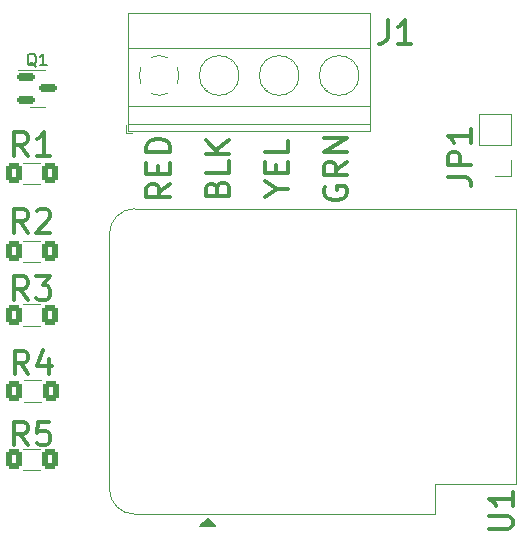
<source format=gto>
G04 #@! TF.GenerationSoftware,KiCad,Pcbnew,6.0.11+dfsg-1*
G04 #@! TF.CreationDate,2023-05-14T21:59:00-06:00*
G04 #@! TF.ProjectId,dsc-arduino-interface,6473632d-6172-4647-9569-6e6f2d696e74,rev?*
G04 #@! TF.SameCoordinates,Original*
G04 #@! TF.FileFunction,Legend,Top*
G04 #@! TF.FilePolarity,Positive*
%FSLAX46Y46*%
G04 Gerber Fmt 4.6, Leading zero omitted, Abs format (unit mm)*
G04 Created by KiCad (PCBNEW 6.0.11+dfsg-1) date 2023-05-14 21:59:00*
%MOMM*%
%LPD*%
G01*
G04 APERTURE LIST*
G04 Aperture macros list*
%AMRoundRect*
0 Rectangle with rounded corners*
0 $1 Rounding radius*
0 $2 $3 $4 $5 $6 $7 $8 $9 X,Y pos of 4 corners*
0 Add a 4 corners polygon primitive as box body*
4,1,4,$2,$3,$4,$5,$6,$7,$8,$9,$2,$3,0*
0 Add four circle primitives for the rounded corners*
1,1,$1+$1,$2,$3*
1,1,$1+$1,$4,$5*
1,1,$1+$1,$6,$7*
1,1,$1+$1,$8,$9*
0 Add four rect primitives between the rounded corners*
20,1,$1+$1,$2,$3,$4,$5,0*
20,1,$1+$1,$4,$5,$6,$7,0*
20,1,$1+$1,$6,$7,$8,$9,0*
20,1,$1+$1,$8,$9,$2,$3,0*%
G04 Aperture macros list end*
%ADD10C,0.300000*%
%ADD11C,0.150000*%
%ADD12C,0.120000*%
%ADD13RoundRect,0.150000X-0.587500X-0.150000X0.587500X-0.150000X0.587500X0.150000X-0.587500X0.150000X0*%
%ADD14RoundRect,0.250000X0.400000X0.625000X-0.400000X0.625000X-0.400000X-0.625000X0.400000X-0.625000X0*%
%ADD15RoundRect,0.250000X-0.400000X-0.625000X0.400000X-0.625000X0.400000X0.625000X-0.400000X0.625000X0*%
%ADD16R,2.000000X2.000000*%
%ADD17O,1.600000X2.000000*%
%ADD18C,2.600000*%
%ADD19R,2.600000X2.600000*%
%ADD20R,1.700000X1.700000*%
%ADD21O,1.700000X1.700000*%
G04 APERTURE END LIST*
D10*
X112000000Y-64523809D02*
X111904761Y-64714285D01*
X111904761Y-65000000D01*
X112000000Y-65285714D01*
X112190476Y-65476190D01*
X112380952Y-65571428D01*
X112761904Y-65666666D01*
X113047619Y-65666666D01*
X113428571Y-65571428D01*
X113619047Y-65476190D01*
X113809523Y-65285714D01*
X113904761Y-65000000D01*
X113904761Y-64809523D01*
X113809523Y-64523809D01*
X113714285Y-64428571D01*
X113047619Y-64428571D01*
X113047619Y-64809523D01*
X113904761Y-62428571D02*
X112952380Y-63095238D01*
X113904761Y-63571428D02*
X111904761Y-63571428D01*
X111904761Y-62809523D01*
X112000000Y-62619047D01*
X112095238Y-62523809D01*
X112285714Y-62428571D01*
X112571428Y-62428571D01*
X112761904Y-62523809D01*
X112857142Y-62619047D01*
X112952380Y-62809523D01*
X112952380Y-63571428D01*
X113904761Y-61571428D02*
X111904761Y-61571428D01*
X113904761Y-60428571D01*
X111904761Y-60428571D01*
X98904761Y-64285714D02*
X97952380Y-64952380D01*
X98904761Y-65428571D02*
X96904761Y-65428571D01*
X96904761Y-64666666D01*
X97000000Y-64476190D01*
X97095238Y-64380952D01*
X97285714Y-64285714D01*
X97571428Y-64285714D01*
X97761904Y-64380952D01*
X97857142Y-64476190D01*
X97952380Y-64666666D01*
X97952380Y-65428571D01*
X97857142Y-63428571D02*
X97857142Y-62761904D01*
X98904761Y-62476190D02*
X98904761Y-63428571D01*
X96904761Y-63428571D01*
X96904761Y-62476190D01*
X98904761Y-61619047D02*
X96904761Y-61619047D01*
X96904761Y-61142857D01*
X97000000Y-60857142D01*
X97190476Y-60666666D01*
X97380952Y-60571428D01*
X97761904Y-60476190D01*
X98047619Y-60476190D01*
X98428571Y-60571428D01*
X98619047Y-60666666D01*
X98809523Y-60857142D01*
X98904761Y-61142857D01*
X98904761Y-61619047D01*
X107952380Y-64714285D02*
X108904761Y-64714285D01*
X106904761Y-65380952D02*
X107952380Y-64714285D01*
X106904761Y-64047619D01*
X107857142Y-63380952D02*
X107857142Y-62714285D01*
X108904761Y-62428571D02*
X108904761Y-63380952D01*
X106904761Y-63380952D01*
X106904761Y-62428571D01*
X108904761Y-60619047D02*
X108904761Y-61571428D01*
X106904761Y-61571428D01*
X102857142Y-64666666D02*
X102952380Y-64380952D01*
X103047619Y-64285714D01*
X103238095Y-64190476D01*
X103523809Y-64190476D01*
X103714285Y-64285714D01*
X103809523Y-64380952D01*
X103904761Y-64571428D01*
X103904761Y-65333333D01*
X101904761Y-65333333D01*
X101904761Y-64666666D01*
X102000000Y-64476190D01*
X102095238Y-64380952D01*
X102285714Y-64285714D01*
X102476190Y-64285714D01*
X102666666Y-64380952D01*
X102761904Y-64476190D01*
X102857142Y-64666666D01*
X102857142Y-65333333D01*
X103904761Y-62380952D02*
X103904761Y-63333333D01*
X101904761Y-63333333D01*
X103904761Y-61714285D02*
X101904761Y-61714285D01*
X103904761Y-60571428D02*
X102761904Y-61428571D01*
X101904761Y-60571428D02*
X103047619Y-61714285D01*
D11*
X87567261Y-54347619D02*
X87472023Y-54300000D01*
X87376785Y-54204761D01*
X87233928Y-54061904D01*
X87138690Y-54014285D01*
X87043452Y-54014285D01*
X87091071Y-54252380D02*
X86995833Y-54204761D01*
X86900595Y-54109523D01*
X86852976Y-53919047D01*
X86852976Y-53585714D01*
X86900595Y-53395238D01*
X86995833Y-53300000D01*
X87091071Y-53252380D01*
X87281547Y-53252380D01*
X87376785Y-53300000D01*
X87472023Y-53395238D01*
X87519642Y-53585714D01*
X87519642Y-53919047D01*
X87472023Y-54109523D01*
X87376785Y-54204761D01*
X87281547Y-54252380D01*
X87091071Y-54252380D01*
X88472023Y-54252380D02*
X87900595Y-54252380D01*
X88186309Y-54252380D02*
X88186309Y-53252380D01*
X88091071Y-53395238D01*
X87995833Y-53490476D01*
X87900595Y-53538095D01*
D10*
X86866666Y-74104761D02*
X86200000Y-73152380D01*
X85723809Y-74104761D02*
X85723809Y-72104761D01*
X86485714Y-72104761D01*
X86676190Y-72200000D01*
X86771428Y-72295238D01*
X86866666Y-72485714D01*
X86866666Y-72771428D01*
X86771428Y-72961904D01*
X86676190Y-73057142D01*
X86485714Y-73152380D01*
X85723809Y-73152380D01*
X87533333Y-72104761D02*
X88771428Y-72104761D01*
X88104761Y-72866666D01*
X88390476Y-72866666D01*
X88580952Y-72961904D01*
X88676190Y-73057142D01*
X88771428Y-73247619D01*
X88771428Y-73723809D01*
X88676190Y-73914285D01*
X88580952Y-74009523D01*
X88390476Y-74104761D01*
X87819047Y-74104761D01*
X87628571Y-74009523D01*
X87533333Y-73914285D01*
X86866666Y-86404761D02*
X86200000Y-85452380D01*
X85723809Y-86404761D02*
X85723809Y-84404761D01*
X86485714Y-84404761D01*
X86676190Y-84500000D01*
X86771428Y-84595238D01*
X86866666Y-84785714D01*
X86866666Y-85071428D01*
X86771428Y-85261904D01*
X86676190Y-85357142D01*
X86485714Y-85452380D01*
X85723809Y-85452380D01*
X88676190Y-84404761D02*
X87723809Y-84404761D01*
X87628571Y-85357142D01*
X87723809Y-85261904D01*
X87914285Y-85166666D01*
X88390476Y-85166666D01*
X88580952Y-85261904D01*
X88676190Y-85357142D01*
X88771428Y-85547619D01*
X88771428Y-86023809D01*
X88676190Y-86214285D01*
X88580952Y-86309523D01*
X88390476Y-86404761D01*
X87914285Y-86404761D01*
X87723809Y-86309523D01*
X87628571Y-86214285D01*
X86866666Y-68404761D02*
X86200000Y-67452380D01*
X85723809Y-68404761D02*
X85723809Y-66404761D01*
X86485714Y-66404761D01*
X86676190Y-66500000D01*
X86771428Y-66595238D01*
X86866666Y-66785714D01*
X86866666Y-67071428D01*
X86771428Y-67261904D01*
X86676190Y-67357142D01*
X86485714Y-67452380D01*
X85723809Y-67452380D01*
X87628571Y-66595238D02*
X87723809Y-66500000D01*
X87914285Y-66404761D01*
X88390476Y-66404761D01*
X88580952Y-66500000D01*
X88676190Y-66595238D01*
X88771428Y-66785714D01*
X88771428Y-66976190D01*
X88676190Y-67261904D01*
X87533333Y-68404761D01*
X88771428Y-68404761D01*
X125904761Y-93523809D02*
X127523809Y-93523809D01*
X127714285Y-93428571D01*
X127809523Y-93333333D01*
X127904761Y-93142857D01*
X127904761Y-92761904D01*
X127809523Y-92571428D01*
X127714285Y-92476190D01*
X127523809Y-92380952D01*
X125904761Y-92380952D01*
X127904761Y-90380952D02*
X127904761Y-91523809D01*
X127904761Y-90952380D02*
X125904761Y-90952380D01*
X126190476Y-91142857D01*
X126380952Y-91333333D01*
X126476190Y-91523809D01*
X117333333Y-50404761D02*
X117333333Y-51833333D01*
X117238095Y-52119047D01*
X117047619Y-52309523D01*
X116761904Y-52404761D01*
X116571428Y-52404761D01*
X119333333Y-52404761D02*
X118190476Y-52404761D01*
X118761904Y-52404761D02*
X118761904Y-50404761D01*
X118571428Y-50690476D01*
X118380952Y-50880952D01*
X118190476Y-50976190D01*
X86916666Y-80404761D02*
X86250000Y-79452380D01*
X85773809Y-80404761D02*
X85773809Y-78404761D01*
X86535714Y-78404761D01*
X86726190Y-78500000D01*
X86821428Y-78595238D01*
X86916666Y-78785714D01*
X86916666Y-79071428D01*
X86821428Y-79261904D01*
X86726190Y-79357142D01*
X86535714Y-79452380D01*
X85773809Y-79452380D01*
X88630952Y-79071428D02*
X88630952Y-80404761D01*
X88154761Y-78309523D02*
X87678571Y-79738095D01*
X88916666Y-79738095D01*
X86866666Y-61904761D02*
X86200000Y-60952380D01*
X85723809Y-61904761D02*
X85723809Y-59904761D01*
X86485714Y-59904761D01*
X86676190Y-60000000D01*
X86771428Y-60095238D01*
X86866666Y-60285714D01*
X86866666Y-60571428D01*
X86771428Y-60761904D01*
X86676190Y-60857142D01*
X86485714Y-60952380D01*
X85723809Y-60952380D01*
X88771428Y-61904761D02*
X87628571Y-61904761D01*
X88200000Y-61904761D02*
X88200000Y-59904761D01*
X88009523Y-60190476D01*
X87819047Y-60380952D01*
X87628571Y-60476190D01*
X122404761Y-63666666D02*
X123833333Y-63666666D01*
X124119047Y-63761904D01*
X124309523Y-63952380D01*
X124404761Y-64238095D01*
X124404761Y-64428571D01*
X124404761Y-62714285D02*
X122404761Y-62714285D01*
X122404761Y-61952380D01*
X122500000Y-61761904D01*
X122595238Y-61666666D01*
X122785714Y-61571428D01*
X123071428Y-61571428D01*
X123261904Y-61666666D01*
X123357142Y-61761904D01*
X123452380Y-61952380D01*
X123452380Y-62714285D01*
X124404761Y-59666666D02*
X124404761Y-60809523D01*
X124404761Y-60238095D02*
X122404761Y-60238095D01*
X122690476Y-60428571D01*
X122880952Y-60619047D01*
X122976190Y-60809523D01*
D12*
X87662500Y-54640000D02*
X88312500Y-54640000D01*
X87662500Y-57760000D02*
X88312500Y-57760000D01*
X87662500Y-54640000D02*
X85987500Y-54640000D01*
X87662500Y-57760000D02*
X87012500Y-57760000D01*
X87927064Y-74490000D02*
X86472936Y-74490000D01*
X87927064Y-76310000D02*
X86472936Y-76310000D01*
X87927064Y-88510000D02*
X86472936Y-88510000D01*
X87927064Y-86690000D02*
X86472936Y-86690000D01*
X86472936Y-69090000D02*
X87927064Y-69090000D01*
X86472936Y-70910000D02*
X87927064Y-70910000D01*
X128230000Y-89705000D02*
X128230000Y-66385000D01*
X128230000Y-66385000D02*
X95900000Y-66385000D01*
X93770000Y-68505000D02*
X93770000Y-90115000D01*
X121330000Y-89705000D02*
X128230000Y-89705000D01*
X121330000Y-92245000D02*
X121330000Y-89705000D01*
X121330000Y-92245000D02*
X95900000Y-92245000D01*
X95900000Y-66385000D02*
G75*
G03*
X93770000Y-68515000I0J-2130000D01*
G01*
X93770000Y-90115000D02*
G75*
G03*
X95900000Y-92245000I2130002J2D01*
G01*
G36*
X102745000Y-93285000D02*
G01*
X101475000Y-93285000D01*
X102110000Y-92650000D01*
X102745000Y-93285000D01*
G37*
D11*
X102745000Y-93285000D02*
X101475000Y-93285000D01*
X102110000Y-92650000D01*
X102745000Y-93285000D01*
D12*
X114900000Y-55105000D02*
G75*
G03*
X114900000Y-55105000I-1680000J0D01*
G01*
X104740000Y-55105000D02*
G75*
G03*
X104740000Y-55105000I-1680000J0D01*
G01*
X109820000Y-55105000D02*
G75*
G03*
X109820000Y-55105000I-1680000J0D01*
G01*
X97980000Y-56785000D02*
G75*
G03*
X98663318Y-56639756I0J1680000D01*
G01*
X97296000Y-56640000D02*
G75*
G03*
X98008805Y-56785253I683999J1535001D01*
G01*
X96445000Y-54421000D02*
G75*
G03*
X96444573Y-55788042I1534993J-684001D01*
G01*
X98664000Y-53570000D02*
G75*
G03*
X97296958Y-53569573I-684001J-1534993D01*
G01*
X99515001Y-55789000D02*
G75*
G03*
X99515427Y-54421958I-1535001J684000D01*
G01*
X106913000Y-56128000D02*
X106866000Y-56174000D01*
X95380000Y-59765000D02*
X115820000Y-59765000D01*
X114495000Y-54036000D02*
X114448000Y-54082000D01*
X109415000Y-54036000D02*
X109368000Y-54082000D01*
X107106000Y-56344000D02*
X107071000Y-56379000D01*
X111993000Y-56128000D02*
X111946000Y-56174000D01*
X95140000Y-59265000D02*
X95140000Y-60005000D01*
X95380000Y-49844000D02*
X95380000Y-59765000D01*
X95380000Y-49844000D02*
X115820000Y-49844000D01*
X114290000Y-53830000D02*
X114255000Y-53866000D01*
X109210000Y-53830000D02*
X109175000Y-53866000D01*
X104130000Y-53830000D02*
X104095000Y-53866000D01*
X95380000Y-52804000D02*
X115820000Y-52804000D01*
X95380000Y-59205000D02*
X115820000Y-59205000D01*
X95380000Y-57705000D02*
X115820000Y-57705000D01*
X115820000Y-49844000D02*
X115820000Y-59765000D01*
X101833000Y-56128000D02*
X101786000Y-56174000D01*
X104335000Y-54036000D02*
X104288000Y-54082000D01*
X112186000Y-56344000D02*
X112151000Y-56379000D01*
X95140000Y-60005000D02*
X95640000Y-60005000D01*
X102026000Y-56344000D02*
X101991000Y-56379000D01*
X86522936Y-80890000D02*
X87977064Y-80890000D01*
X86522936Y-82710000D02*
X87977064Y-82710000D01*
X86472936Y-64310000D02*
X87927064Y-64310000D01*
X86472936Y-62490000D02*
X87927064Y-62490000D01*
X127730000Y-62275000D02*
X127730000Y-63605000D01*
X127730000Y-58405000D02*
X125070000Y-58405000D01*
X127730000Y-61005000D02*
X125070000Y-61005000D01*
X127730000Y-63605000D02*
X126400000Y-63605000D01*
X127730000Y-61005000D02*
X127730000Y-58405000D01*
X125070000Y-61005000D02*
X125070000Y-58405000D01*
%LPC*%
D13*
X86725000Y-55250000D03*
X86725000Y-57150000D03*
X88600000Y-56200000D03*
D14*
X88750000Y-75400000D03*
X85650000Y-75400000D03*
X88750000Y-87600000D03*
X85650000Y-87600000D03*
D15*
X85650000Y-70000000D03*
X88750000Y-70000000D03*
D16*
X102110000Y-90745000D03*
D17*
X104650000Y-90745000D03*
X107190000Y-90745000D03*
X109730000Y-90745000D03*
X112270000Y-90745000D03*
X114810000Y-90745000D03*
X117350000Y-90745000D03*
X119890000Y-90745000D03*
X119890000Y-67885000D03*
X117350000Y-67885000D03*
X114810000Y-67885000D03*
X112270000Y-67885000D03*
X109730000Y-67885000D03*
X107190000Y-67885000D03*
X104650000Y-67885000D03*
X102110000Y-67885000D03*
D18*
X113220000Y-55105000D03*
X108140000Y-55105000D03*
X103060000Y-55105000D03*
D19*
X97980000Y-55105000D03*
D15*
X85700000Y-81800000D03*
X88800000Y-81800000D03*
X85650000Y-63400000D03*
X88750000Y-63400000D03*
D20*
X126400000Y-62275000D03*
D21*
X126400000Y-59735000D03*
M02*

</source>
